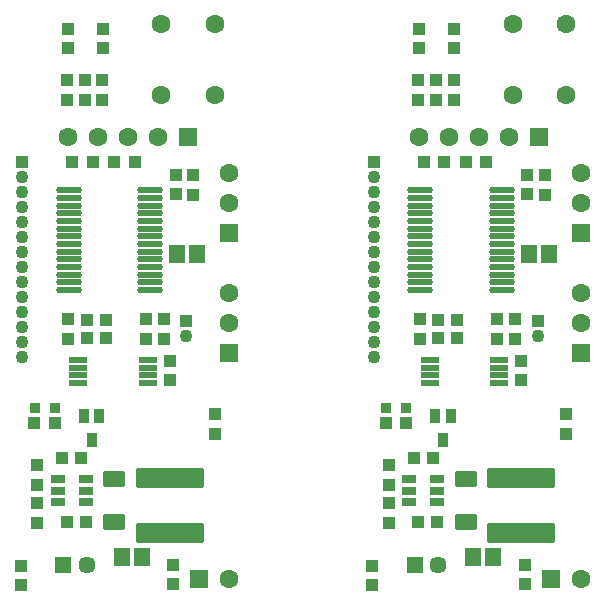
<source format=gts>
%FSLAX44Y44*%
%MOMM*%
G71*
G01*
G75*
G04 Layer_Color=8388736*
%ADD10R,1.0000X0.9000*%
%ADD11R,1.0000X1.0000*%
%ADD12R,1.3000X1.5000*%
%ADD13O,2.1000X0.4500*%
G04:AMPARAMS|DCode=14|XSize=1.6mm|YSize=5.7mm|CornerRadius=0.08mm|HoleSize=0mm|Usage=FLASHONLY|Rotation=270.000|XOffset=0mm|YOffset=0mm|HoleType=Round|Shape=RoundedRectangle|*
%AMROUNDEDRECTD14*
21,1,1.6000,5.5400,0,0,270.0*
21,1,1.4400,5.7000,0,0,270.0*
1,1,0.1600,-2.7700,-0.7200*
1,1,0.1600,-2.7700,0.7200*
1,1,0.1600,2.7700,0.7200*
1,1,0.1600,2.7700,-0.7200*
%
%ADD14ROUNDEDRECTD14*%
G04:AMPARAMS|DCode=15|XSize=1.32mm|YSize=1.68mm|CornerRadius=0.066mm|HoleSize=0mm|Usage=FLASHONLY|Rotation=270.000|XOffset=0mm|YOffset=0mm|HoleType=Round|Shape=RoundedRectangle|*
%AMROUNDEDRECTD15*
21,1,1.3200,1.5480,0,0,270.0*
21,1,1.1880,1.6800,0,0,270.0*
1,1,0.1320,-0.7740,-0.5940*
1,1,0.1320,-0.7740,0.5940*
1,1,0.1320,0.7740,0.5940*
1,1,0.1320,0.7740,-0.5940*
%
%ADD15ROUNDEDRECTD15*%
G04:AMPARAMS|DCode=16|XSize=0.8mm|YSize=0.8mm|CornerRadius=0.04mm|HoleSize=0mm|Usage=FLASHONLY|Rotation=270.000|XOffset=0mm|YOffset=0mm|HoleType=Round|Shape=RoundedRectangle|*
%AMROUNDEDRECTD16*
21,1,0.8000,0.7200,0,0,270.0*
21,1,0.7200,0.8000,0,0,270.0*
1,1,0.0800,-0.3600,-0.3600*
1,1,0.0800,-0.3600,0.3600*
1,1,0.0800,0.3600,0.3600*
1,1,0.0800,0.3600,-0.3600*
%
%ADD16ROUNDEDRECTD16*%
%ADD17R,0.8000X1.0500*%
%ADD18R,1.1000X0.6500*%
%ADD19R,0.9000X1.0000*%
G04:AMPARAMS|DCode=20|XSize=0.45mm|YSize=1.45mm|CornerRadius=0.045mm|HoleSize=0mm|Usage=FLASHONLY|Rotation=270.000|XOffset=0mm|YOffset=0mm|HoleType=Round|Shape=RoundedRectangle|*
%AMROUNDEDRECTD20*
21,1,0.4500,1.3600,0,0,270.0*
21,1,0.3600,1.4500,0,0,270.0*
1,1,0.0900,-0.6800,-0.1800*
1,1,0.0900,-0.6800,0.1800*
1,1,0.0900,0.6800,0.1800*
1,1,0.0900,0.6800,-0.1800*
%
%ADD20ROUNDEDRECTD20*%
%ADD21R,1.0000X1.0000*%
G04:AMPARAMS|DCode=22|XSize=0.9mm|YSize=1mm|CornerRadius=0.045mm|HoleSize=0mm|Usage=FLASHONLY|Rotation=90.000|XOffset=0mm|YOffset=0mm|HoleType=Round|Shape=RoundedRectangle|*
%AMROUNDEDRECTD22*
21,1,0.9000,0.9100,0,0,90.0*
21,1,0.8100,1.0000,0,0,90.0*
1,1,0.0900,0.4550,0.4050*
1,1,0.0900,0.4550,-0.4050*
1,1,0.0900,-0.4550,-0.4050*
1,1,0.0900,-0.4550,0.4050*
%
%ADD22ROUNDEDRECTD22*%
%ADD23C,0.9000*%
%ADD24C,0.1524*%
%ADD25C,1.0000*%
%ADD26C,0.4000*%
%ADD27C,0.2540*%
%ADD28C,0.5000*%
%ADD29C,0.8000*%
%ADD30C,0.6000*%
%ADD31C,0.3000*%
%ADD32C,0.7000*%
%ADD33R,3.4000X0.6000*%
%ADD34R,1.8000X0.9000*%
%ADD35C,1.5000*%
%ADD36R,1.5000X1.5000*%
%ADD37R,1.5000X1.5000*%
%ADD38C,1.0000*%
%ADD39C,1.3500*%
%ADD40R,1.3500X1.3500*%
%ADD41C,0.6000*%
%ADD42C,0.1000*%
%ADD43C,0.1778*%
%ADD44C,0.2500*%
%ADD45C,0.2000*%
%ADD46C,0.1540*%
%ADD47C,0.1270*%
%ADD48C,0.1500*%
%ADD49R,1.1000X1.0000*%
%ADD50R,1.1000X1.1000*%
%ADD51R,1.4000X1.6000*%
%ADD52O,2.2000X0.5500*%
G04:AMPARAMS|DCode=53|XSize=1.7mm|YSize=5.8mm|CornerRadius=0.13mm|HoleSize=0mm|Usage=FLASHONLY|Rotation=270.000|XOffset=0mm|YOffset=0mm|HoleType=Round|Shape=RoundedRectangle|*
%AMROUNDEDRECTD53*
21,1,1.7000,5.5400,0,0,270.0*
21,1,1.4400,5.8000,0,0,270.0*
1,1,0.2600,-2.7700,-0.7200*
1,1,0.2600,-2.7700,0.7200*
1,1,0.2600,2.7700,0.7200*
1,1,0.2600,2.7700,-0.7200*
%
%ADD53ROUNDEDRECTD53*%
G04:AMPARAMS|DCode=54|XSize=1.42mm|YSize=1.78mm|CornerRadius=0.116mm|HoleSize=0mm|Usage=FLASHONLY|Rotation=270.000|XOffset=0mm|YOffset=0mm|HoleType=Round|Shape=RoundedRectangle|*
%AMROUNDEDRECTD54*
21,1,1.4200,1.5480,0,0,270.0*
21,1,1.1880,1.7800,0,0,270.0*
1,1,0.2320,-0.7740,-0.5940*
1,1,0.2320,-0.7740,0.5940*
1,1,0.2320,0.7740,0.5940*
1,1,0.2320,0.7740,-0.5940*
%
%ADD54ROUNDEDRECTD54*%
G04:AMPARAMS|DCode=55|XSize=0.9mm|YSize=0.9mm|CornerRadius=0.09mm|HoleSize=0mm|Usage=FLASHONLY|Rotation=270.000|XOffset=0mm|YOffset=0mm|HoleType=Round|Shape=RoundedRectangle|*
%AMROUNDEDRECTD55*
21,1,0.9000,0.7200,0,0,270.0*
21,1,0.7200,0.9000,0,0,270.0*
1,1,0.1800,-0.3600,-0.3600*
1,1,0.1800,-0.3600,0.3600*
1,1,0.1800,0.3600,0.3600*
1,1,0.1800,0.3600,-0.3600*
%
%ADD55ROUNDEDRECTD55*%
%ADD56R,0.9000X1.1500*%
%ADD57R,1.2000X0.7500*%
%ADD58R,1.0000X1.1000*%
G04:AMPARAMS|DCode=59|XSize=0.55mm|YSize=1.55mm|CornerRadius=0.095mm|HoleSize=0mm|Usage=FLASHONLY|Rotation=270.000|XOffset=0mm|YOffset=0mm|HoleType=Round|Shape=RoundedRectangle|*
%AMROUNDEDRECTD59*
21,1,0.5500,1.3600,0,0,270.0*
21,1,0.3600,1.5500,0,0,270.0*
1,1,0.1900,-0.6800,-0.1800*
1,1,0.1900,-0.6800,0.1800*
1,1,0.1900,0.6800,0.1800*
1,1,0.1900,0.6800,-0.1800*
%
%ADD59ROUNDEDRECTD59*%
%ADD60R,1.1000X1.1000*%
G04:AMPARAMS|DCode=61|XSize=1mm|YSize=1.1mm|CornerRadius=0.095mm|HoleSize=0mm|Usage=FLASHONLY|Rotation=90.000|XOffset=0mm|YOffset=0mm|HoleType=Round|Shape=RoundedRectangle|*
%AMROUNDEDRECTD61*
21,1,1.0000,0.9100,0,0,90.0*
21,1,0.8100,1.1000,0,0,90.0*
1,1,0.1900,0.4550,0.4050*
1,1,0.1900,0.4550,-0.4050*
1,1,0.1900,-0.4550,-0.4050*
1,1,0.1900,-0.4550,0.4050*
%
%ADD61ROUNDEDRECTD61*%
%ADD62C,1.6000*%
%ADD63R,1.6000X1.6000*%
%ADD64R,1.6000X1.6000*%
%ADD65C,1.1000*%
%ADD66C,1.4500*%
%ADD67R,1.4500X1.4500*%
D49*
X858750Y719750D02*
D03*
Y736750D02*
D03*
X792750Y719750D02*
D03*
Y736750D02*
D03*
X898750Y858750D02*
D03*
Y841750D02*
D03*
X791750Y921750D02*
D03*
Y938750D02*
D03*
X806750Y921750D02*
D03*
Y938750D02*
D03*
X873750Y719750D02*
D03*
Y736750D02*
D03*
X916750Y655750D02*
D03*
Y638750D02*
D03*
X766750Y580750D02*
D03*
Y563750D02*
D03*
Y612750D02*
D03*
Y595750D02*
D03*
X821750Y921750D02*
D03*
Y938750D02*
D03*
X1156250Y719750D02*
D03*
Y736750D02*
D03*
X1090250Y719750D02*
D03*
Y736750D02*
D03*
X1196250Y858750D02*
D03*
Y841750D02*
D03*
X1089250Y921750D02*
D03*
Y938750D02*
D03*
X1104250Y921750D02*
D03*
Y938750D02*
D03*
X1171250Y719750D02*
D03*
Y736750D02*
D03*
X1214250Y655750D02*
D03*
Y638750D02*
D03*
X1064250Y580750D02*
D03*
Y563750D02*
D03*
Y612750D02*
D03*
Y595750D02*
D03*
X1119250Y921750D02*
D03*
Y938750D02*
D03*
D50*
X878750Y701250D02*
D03*
Y685250D02*
D03*
X883820Y842290D02*
D03*
Y858290D02*
D03*
X881750Y528250D02*
D03*
Y512250D02*
D03*
X752750Y511250D02*
D03*
Y527250D02*
D03*
X1176250Y701250D02*
D03*
Y685250D02*
D03*
X1181320Y842290D02*
D03*
Y858290D02*
D03*
X1179250Y528250D02*
D03*
Y512250D02*
D03*
X1050250Y511250D02*
D03*
Y527250D02*
D03*
D51*
X885250Y791250D02*
D03*
X902250D02*
D03*
X855250Y535250D02*
D03*
X838250D02*
D03*
X1182750Y791250D02*
D03*
X1199750D02*
D03*
X1152750Y535250D02*
D03*
X1135750D02*
D03*
D52*
X862440Y761050D02*
D03*
Y767550D02*
D03*
Y774050D02*
D03*
Y780550D02*
D03*
Y787050D02*
D03*
Y793550D02*
D03*
Y800050D02*
D03*
Y806550D02*
D03*
Y813050D02*
D03*
Y819550D02*
D03*
Y826050D02*
D03*
Y832550D02*
D03*
Y839050D02*
D03*
Y845550D02*
D03*
X793440Y761050D02*
D03*
Y767550D02*
D03*
Y774050D02*
D03*
Y780550D02*
D03*
Y787050D02*
D03*
Y793550D02*
D03*
Y800050D02*
D03*
Y806550D02*
D03*
Y813050D02*
D03*
Y819550D02*
D03*
Y826050D02*
D03*
Y832550D02*
D03*
Y839050D02*
D03*
Y845550D02*
D03*
X1159940Y761050D02*
D03*
Y767550D02*
D03*
Y774050D02*
D03*
Y780550D02*
D03*
Y787050D02*
D03*
Y793550D02*
D03*
Y800050D02*
D03*
Y806550D02*
D03*
Y813050D02*
D03*
Y819550D02*
D03*
Y826050D02*
D03*
Y832550D02*
D03*
Y839050D02*
D03*
Y845550D02*
D03*
X1090940Y761050D02*
D03*
Y767550D02*
D03*
Y774050D02*
D03*
Y780550D02*
D03*
Y787050D02*
D03*
Y793550D02*
D03*
Y800050D02*
D03*
Y806550D02*
D03*
Y813050D02*
D03*
Y819550D02*
D03*
Y826050D02*
D03*
Y832550D02*
D03*
Y839050D02*
D03*
Y845550D02*
D03*
D53*
X878750Y555250D02*
D03*
Y602250D02*
D03*
X1176250Y555250D02*
D03*
Y602250D02*
D03*
D54*
X831750Y601250D02*
D03*
Y564250D02*
D03*
X1129250Y601250D02*
D03*
Y564250D02*
D03*
D55*
X781250Y661250D02*
D03*
X764750D02*
D03*
X1078750D02*
D03*
X1062250D02*
D03*
D56*
X812750Y634000D02*
D03*
X806250Y654500D02*
D03*
X819250D02*
D03*
X1110250Y634000D02*
D03*
X1103750Y654500D02*
D03*
X1116750D02*
D03*
D57*
X807750Y600750D02*
D03*
Y591250D02*
D03*
Y581750D02*
D03*
X783750D02*
D03*
Y591250D02*
D03*
Y600750D02*
D03*
X1105250D02*
D03*
Y591250D02*
D03*
Y581750D02*
D03*
X1081250D02*
D03*
Y591250D02*
D03*
Y600750D02*
D03*
D58*
X764250Y648250D02*
D03*
X781250D02*
D03*
X831950Y869070D02*
D03*
X848950D02*
D03*
X813390D02*
D03*
X796390D02*
D03*
X1061750Y648250D02*
D03*
X1078750D02*
D03*
X1129450Y869070D02*
D03*
X1146450D02*
D03*
X1110890D02*
D03*
X1093890D02*
D03*
D59*
X860270Y701700D02*
D03*
Y695200D02*
D03*
Y688700D02*
D03*
Y682200D02*
D03*
X801270D02*
D03*
Y688700D02*
D03*
Y695200D02*
D03*
Y701700D02*
D03*
X1157770D02*
D03*
Y695200D02*
D03*
Y688700D02*
D03*
Y682200D02*
D03*
X1098770D02*
D03*
Y688700D02*
D03*
Y695200D02*
D03*
Y701700D02*
D03*
D60*
X808510Y720750D02*
D03*
X824510D02*
D03*
X808510Y735990D02*
D03*
X824510D02*
D03*
X787750Y619250D02*
D03*
X803750D02*
D03*
X807750Y564250D02*
D03*
X791750D02*
D03*
X1106010Y720750D02*
D03*
X1122010D02*
D03*
X1106010Y735990D02*
D03*
X1122010D02*
D03*
X1085250Y619250D02*
D03*
X1101250D02*
D03*
X1105250Y564250D02*
D03*
X1089250D02*
D03*
X892740Y735130D02*
D03*
X754010Y869340D02*
D03*
X1190240Y735130D02*
D03*
X1051510Y869340D02*
D03*
D61*
X822250Y966000D02*
D03*
Y982250D02*
D03*
X792250D02*
D03*
Y966000D02*
D03*
X1119750D02*
D03*
Y982250D02*
D03*
X1089750D02*
D03*
Y966000D02*
D03*
D62*
X929150Y516250D02*
D03*
X916750Y926250D02*
D03*
Y986250D02*
D03*
X871750Y926250D02*
D03*
Y986250D02*
D03*
X929080Y860450D02*
D03*
Y835050D02*
D03*
Y758850D02*
D03*
Y733450D02*
D03*
X868580Y890930D02*
D03*
X843180D02*
D03*
X817780D02*
D03*
X792380D02*
D03*
X1226650Y516250D02*
D03*
X1214250Y926250D02*
D03*
Y986250D02*
D03*
X1169250Y926250D02*
D03*
Y986250D02*
D03*
X1226580Y860450D02*
D03*
Y835050D02*
D03*
Y758850D02*
D03*
Y733450D02*
D03*
X1166080Y890930D02*
D03*
X1140680D02*
D03*
X1115280D02*
D03*
X1089880D02*
D03*
D63*
X903750Y516250D02*
D03*
X893980Y890930D02*
D03*
X1201250Y516250D02*
D03*
X1191480Y890930D02*
D03*
D64*
X929080Y809650D02*
D03*
Y708050D02*
D03*
X1226580Y809650D02*
D03*
Y708050D02*
D03*
D65*
X892740Y722430D02*
D03*
X754010Y856640D02*
D03*
Y843940D02*
D03*
Y831240D02*
D03*
Y818540D02*
D03*
Y805840D02*
D03*
Y793140D02*
D03*
Y780440D02*
D03*
Y767740D02*
D03*
Y755040D02*
D03*
Y742340D02*
D03*
Y729640D02*
D03*
Y716940D02*
D03*
Y704240D02*
D03*
X1190240Y722430D02*
D03*
X1051510Y856640D02*
D03*
Y843940D02*
D03*
Y831240D02*
D03*
Y818540D02*
D03*
Y805840D02*
D03*
Y793140D02*
D03*
Y780440D02*
D03*
Y767740D02*
D03*
Y755040D02*
D03*
Y742340D02*
D03*
Y729640D02*
D03*
Y716940D02*
D03*
Y704240D02*
D03*
D66*
X808750Y528250D02*
D03*
X1106250D02*
D03*
D67*
X788750D02*
D03*
X1086250D02*
D03*
M02*

</source>
